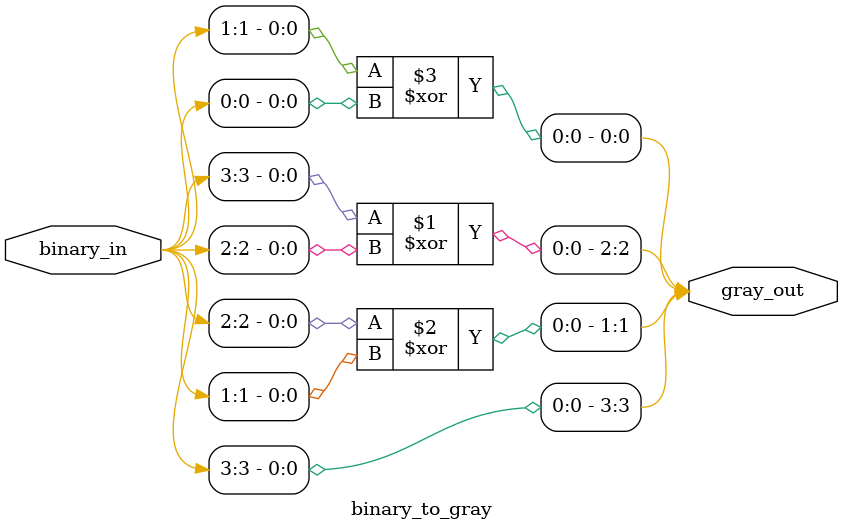
<source format=sv>
module binary_to_gray (
    input  [3:0] binary_in,
    output [3:0] gray_out
);

assign gray_out[3] = binary_in[3];                          // MSB same
assign gray_out[2] = binary_in[3] ^ binary_in[2];
assign gray_out[1] = binary_in[2] ^ binary_in[1];
assign gray_out[0] = binary_in[1] ^ binary_in[0];

endmodule

</source>
